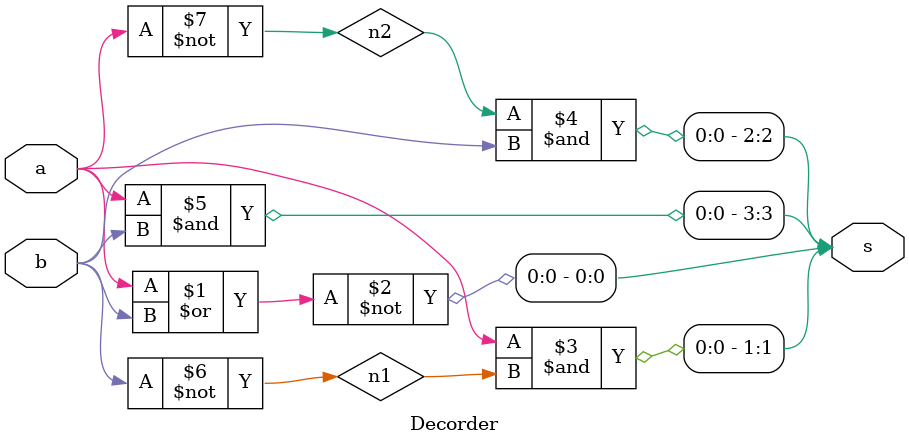
<source format=v>
`timescale 1ns / 1ps


module Decorder(
    input a,
    input b,
    output[3:0] s);

wire n1, n2;

not nb (n1, b);
not na (n2, a);
nor a_nor_b (s[0], a, b);
and a_m_nb (s[1], a, n1);
and na_m_b (s[2], n2, b);  
and a_m_b (s[3], a, b);
    
endmodule

</source>
